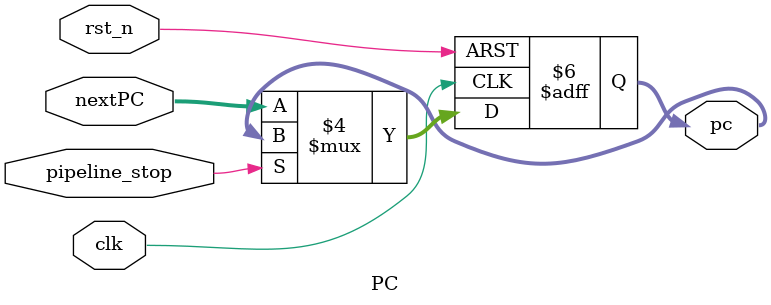
<source format=v>

module PC(
    input clk,
    input rst_n,
    input pipeline_stop,
    
    input [31:0] nextPC,
    
    output reg [31:0] pc
    );
always @(posedge clk or negedge rst_n) begin
    if(!rst_n)
        pc<=32'hFFFF_FFFC;
    else if(pipeline_stop)
        pc<=pc;
    else
        pc<=nextPC;
end
endmodule

</source>
